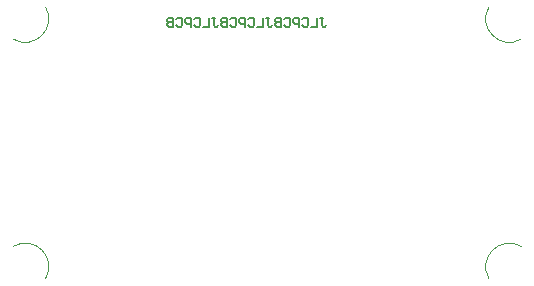
<source format=gbo>
G04 Layer_Color=65535*
%FSAX44Y44*%
%MOMM*%
G71*
G01*
G75*
%ADD23C,0.2032*%
%ADD40C,0.1016*%
D23*
X06989922Y08630618D02*
X06992461D01*
X06991191D01*
Y08624269D01*
X06992461Y08623000D01*
X06993730D01*
X06995000Y08624269D01*
X06987382Y08630618D02*
Y08623000D01*
X06982304D01*
X06974687Y08629348D02*
X06975956Y08630618D01*
X06978495D01*
X06979765Y08629348D01*
Y08624269D01*
X06978495Y08623000D01*
X06975956D01*
X06974687Y08624269D01*
X06972147Y08623000D02*
Y08630618D01*
X06968339D01*
X06967069Y08629348D01*
Y08626809D01*
X06968339Y08625539D01*
X06972147D01*
X06959451Y08629348D02*
X06960721Y08630618D01*
X06963260D01*
X06964530Y08629348D01*
Y08624269D01*
X06963260Y08623000D01*
X06960721D01*
X06959451Y08624269D01*
X06956912Y08630618D02*
Y08623000D01*
X06953104D01*
X06951834Y08624269D01*
Y08625539D01*
X06953104Y08626809D01*
X06956912D01*
X06953104D01*
X06951834Y08628078D01*
Y08629348D01*
X06953104Y08630618D01*
X06956912D01*
X06944216D02*
X06946755D01*
X06945486D01*
Y08624269D01*
X06946755Y08623000D01*
X06948025D01*
X06949295Y08624269D01*
X06941677Y08630618D02*
Y08623000D01*
X06936599D01*
X06928981Y08629348D02*
X06930251Y08630618D01*
X06932790D01*
X06934059Y08629348D01*
Y08624269D01*
X06932790Y08623000D01*
X06930251D01*
X06928981Y08624269D01*
X06926442Y08623000D02*
Y08630618D01*
X06922634D01*
X06921364Y08629348D01*
Y08626809D01*
X06922634Y08625539D01*
X06926442D01*
X06913746Y08629348D02*
X06915016Y08630618D01*
X06917555D01*
X06918824Y08629348D01*
Y08624269D01*
X06917555Y08623000D01*
X06915016D01*
X06913746Y08624269D01*
X06911207Y08630618D02*
Y08623000D01*
X06907398D01*
X06906129Y08624269D01*
Y08625539D01*
X06907398Y08626809D01*
X06911207D01*
X06907398D01*
X06906129Y08628078D01*
Y08629348D01*
X06907398Y08630618D01*
X06911207D01*
X06898511D02*
X06901050D01*
X06899781D01*
Y08624269D01*
X06901050Y08623000D01*
X06902320D01*
X06903589Y08624269D01*
X06895972Y08630618D02*
Y08623000D01*
X06890894D01*
X06883276Y08629348D02*
X06884546Y08630618D01*
X06887085D01*
X06888354Y08629348D01*
Y08624269D01*
X06887085Y08623000D01*
X06884546D01*
X06883276Y08624269D01*
X06880737Y08623000D02*
Y08630618D01*
X06876928D01*
X06875659Y08629348D01*
Y08626809D01*
X06876928Y08625539D01*
X06880737D01*
X06868041Y08629348D02*
X06869310Y08630618D01*
X06871850D01*
X06873120Y08629348D01*
Y08624269D01*
X06871850Y08623000D01*
X06869310D01*
X06868041Y08624269D01*
X06865502Y08630618D02*
Y08623000D01*
X06861693D01*
X06860424Y08624269D01*
Y08625539D01*
X06861693Y08626809D01*
X06865502D01*
X06861693D01*
X06860424Y08628078D01*
Y08629348D01*
X06861693Y08630618D01*
X06865502D01*
D40*
X06730000Y08612679D02*
G03*
X06757321Y08640000I00010000J00017320D01*
G01*
X07132679Y08640000D02*
G03*
X07160000Y08612679I00017320J-00010000D01*
G01*
Y08437321D02*
G03*
X07132679Y08410000I-00010000J-00017320D01*
G01*
X06757321Y08410000D02*
G03*
X06730000Y08437321I-00017320J00010000D01*
G01*
M02*

</source>
